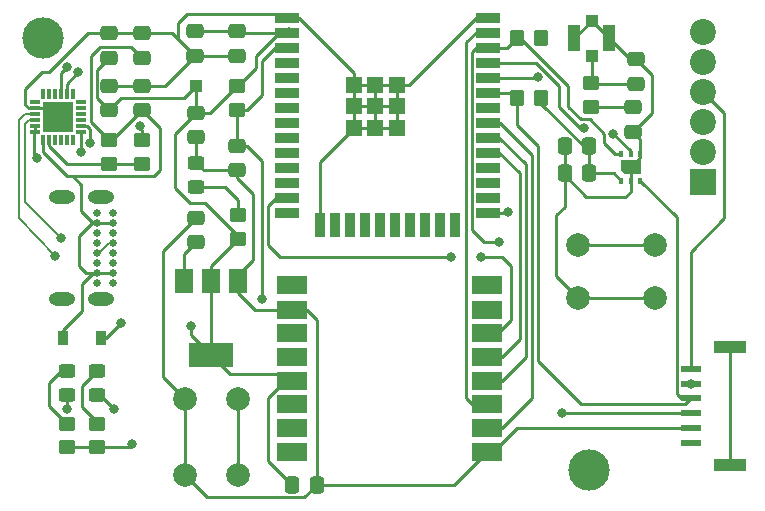
<source format=gtl>
G04 #@! TF.GenerationSoftware,KiCad,Pcbnew,7.0.8*
G04 #@! TF.CreationDate,2023-11-16T17:46:21+01:00*
G04 #@! TF.ProjectId,ESP32-aqs,45535033-322d-4617-9173-2e6b69636164,rev?*
G04 #@! TF.SameCoordinates,Original*
G04 #@! TF.FileFunction,Copper,L1,Top*
G04 #@! TF.FilePolarity,Positive*
%FSLAX46Y46*%
G04 Gerber Fmt 4.6, Leading zero omitted, Abs format (unit mm)*
G04 Created by KiCad (PCBNEW 7.0.8) date 2023-11-16 17:46:21*
%MOMM*%
%LPD*%
G01*
G04 APERTURE LIST*
G04 Aperture macros list*
%AMRoundRect*
0 Rectangle with rounded corners*
0 $1 Rounding radius*
0 $2 $3 $4 $5 $6 $7 $8 $9 X,Y pos of 4 corners*
0 Add a 4 corners polygon primitive as box body*
4,1,4,$2,$3,$4,$5,$6,$7,$8,$9,$2,$3,0*
0 Add four circle primitives for the rounded corners*
1,1,$1+$1,$2,$3*
1,1,$1+$1,$4,$5*
1,1,$1+$1,$6,$7*
1,1,$1+$1,$8,$9*
0 Add four rect primitives between the rounded corners*
20,1,$1+$1,$2,$3,$4,$5,0*
20,1,$1+$1,$4,$5,$6,$7,0*
20,1,$1+$1,$6,$7,$8,$9,0*
20,1,$1+$1,$8,$9,$2,$3,0*%
%AMFreePoly0*
4,1,15,-0.324998,0.855000,0.625000,0.855000,0.628536,0.853536,0.630000,0.850000,0.630000,-0.850000,0.628536,-0.853536,0.625000,-0.855000,-0.625000,-0.855000,-0.628536,-0.853536,-0.630000,-0.850000,-0.630001,0.550000,-0.628536,0.553536,-0.328536,0.853536,-0.325000,0.855001,-0.324998,0.855000,-0.324998,0.855000,$1*%
G04 Aperture macros list end*
G04 #@! TA.AperFunction,SMDPad,CuDef*
%ADD10R,0.400000X0.550000*%
G04 #@! TD*
G04 #@! TA.AperFunction,SMDPad,CuDef*
%ADD11FreePoly0,90.000000*%
G04 #@! TD*
G04 #@! TA.AperFunction,SMDPad,CuDef*
%ADD12RoundRect,0.250000X0.450000X-0.350000X0.450000X0.350000X-0.450000X0.350000X-0.450000X-0.350000X0*%
G04 #@! TD*
G04 #@! TA.AperFunction,SMDPad,CuDef*
%ADD13RoundRect,0.250000X-0.450000X0.350000X-0.450000X-0.350000X0.450000X-0.350000X0.450000X0.350000X0*%
G04 #@! TD*
G04 #@! TA.AperFunction,ComponentPad*
%ADD14C,0.650000*%
G04 #@! TD*
G04 #@! TA.AperFunction,ComponentPad*
%ADD15O,2.216000X1.108000*%
G04 #@! TD*
G04 #@! TA.AperFunction,SMDPad,CuDef*
%ADD16R,0.850000X0.300000*%
G04 #@! TD*
G04 #@! TA.AperFunction,SMDPad,CuDef*
%ADD17R,0.300000X0.850000*%
G04 #@! TD*
G04 #@! TA.AperFunction,SMDPad,CuDef*
%ADD18R,2.550000X2.550000*%
G04 #@! TD*
G04 #@! TA.AperFunction,SMDPad,CuDef*
%ADD19R,0.914400X1.219200*%
G04 #@! TD*
G04 #@! TA.AperFunction,SMDPad,CuDef*
%ADD20RoundRect,0.250000X0.450000X-0.325000X0.450000X0.325000X-0.450000X0.325000X-0.450000X-0.325000X0*%
G04 #@! TD*
G04 #@! TA.AperFunction,SMDPad,CuDef*
%ADD21RoundRect,0.250000X0.475000X-0.337500X0.475000X0.337500X-0.475000X0.337500X-0.475000X-0.337500X0*%
G04 #@! TD*
G04 #@! TA.AperFunction,ComponentPad*
%ADD22C,3.500000*%
G04 #@! TD*
G04 #@! TA.AperFunction,SMDPad,CuDef*
%ADD23RoundRect,0.250000X0.350000X0.450000X-0.350000X0.450000X-0.350000X-0.450000X0.350000X-0.450000X0*%
G04 #@! TD*
G04 #@! TA.AperFunction,SMDPad,CuDef*
%ADD24RoundRect,0.250000X-0.337500X-0.475000X0.337500X-0.475000X0.337500X0.475000X-0.337500X0.475000X0*%
G04 #@! TD*
G04 #@! TA.AperFunction,SMDPad,CuDef*
%ADD25RoundRect,0.250000X-0.450000X0.325000X-0.450000X-0.325000X0.450000X-0.325000X0.450000X0.325000X0*%
G04 #@! TD*
G04 #@! TA.AperFunction,SMDPad,CuDef*
%ADD26R,1.000000X1.000000*%
G04 #@! TD*
G04 #@! TA.AperFunction,SMDPad,CuDef*
%ADD27R,1.050000X2.200000*%
G04 #@! TD*
G04 #@! TA.AperFunction,SMDPad,CuDef*
%ADD28RoundRect,0.250000X-0.475000X0.337500X-0.475000X-0.337500X0.475000X-0.337500X0.475000X0.337500X0*%
G04 #@! TD*
G04 #@! TA.AperFunction,SMDPad,CuDef*
%ADD29RoundRect,0.250000X0.337500X0.475000X-0.337500X0.475000X-0.337500X-0.475000X0.337500X-0.475000X0*%
G04 #@! TD*
G04 #@! TA.AperFunction,ComponentPad*
%ADD30C,2.000000*%
G04 #@! TD*
G04 #@! TA.AperFunction,SMDPad,CuDef*
%ADD31R,2.000000X0.900000*%
G04 #@! TD*
G04 #@! TA.AperFunction,SMDPad,CuDef*
%ADD32R,0.900000X2.000000*%
G04 #@! TD*
G04 #@! TA.AperFunction,SMDPad,CuDef*
%ADD33R,1.330000X1.330000*%
G04 #@! TD*
G04 #@! TA.AperFunction,ComponentPad*
%ADD34C,0.300000*%
G04 #@! TD*
G04 #@! TA.AperFunction,SMDPad,CuDef*
%ADD35R,2.540000X1.524000*%
G04 #@! TD*
G04 #@! TA.AperFunction,ComponentPad*
%ADD36R,1.000000X1.000000*%
G04 #@! TD*
G04 #@! TA.AperFunction,SMDPad,CuDef*
%ADD37R,1.700000X0.600000*%
G04 #@! TD*
G04 #@! TA.AperFunction,SMDPad,CuDef*
%ADD38R,2.800000X1.000000*%
G04 #@! TD*
G04 #@! TA.AperFunction,ComponentPad*
%ADD39R,2.200000X2.200000*%
G04 #@! TD*
G04 #@! TA.AperFunction,ComponentPad*
%ADD40C,2.200000*%
G04 #@! TD*
G04 #@! TA.AperFunction,SMDPad,CuDef*
%ADD41R,1.500000X2.000000*%
G04 #@! TD*
G04 #@! TA.AperFunction,SMDPad,CuDef*
%ADD42R,3.800000X2.000000*%
G04 #@! TD*
G04 #@! TA.AperFunction,ViaPad*
%ADD43C,0.800000*%
G04 #@! TD*
G04 #@! TA.AperFunction,Conductor*
%ADD44C,0.250000*%
G04 #@! TD*
G04 #@! TA.AperFunction,Conductor*
%ADD45C,0.200000*%
G04 #@! TD*
G04 APERTURE END LIST*
D10*
X176443000Y-80677000D03*
X177243000Y-80677000D03*
X178043000Y-80677000D03*
X178043000Y-78377000D03*
X177243000Y-78377000D03*
X176443000Y-78377000D03*
D11*
X177243000Y-79527000D03*
D12*
X129540000Y-103235000D03*
X129540000Y-101235000D03*
X132080000Y-103235000D03*
X132080000Y-101235000D03*
X135890000Y-79232000D03*
X135890000Y-77232000D03*
D13*
X133096000Y-77232000D03*
X133096000Y-79232000D03*
D14*
X133430000Y-83380000D03*
X133430000Y-84230000D03*
X133430000Y-85080000D03*
X133430000Y-85930000D03*
X133430000Y-86780000D03*
X133430000Y-87630000D03*
X133430000Y-88480000D03*
X133430000Y-89330000D03*
X132080000Y-89330000D03*
X132080000Y-88480000D03*
X132080000Y-87630000D03*
X132080000Y-86780000D03*
X132080000Y-85930000D03*
X132080000Y-85080000D03*
X132080000Y-84230000D03*
X132080000Y-83380000D03*
D15*
X132450000Y-82030000D03*
X132450000Y-90680000D03*
X129070000Y-90680000D03*
X129070000Y-82030000D03*
D16*
X126808000Y-74016000D03*
X126808000Y-74516000D03*
X126808000Y-75016000D03*
X126808000Y-75516000D03*
X126808000Y-76016000D03*
X126808000Y-76516000D03*
D17*
X127508000Y-77216000D03*
X128008000Y-77216000D03*
X128508000Y-77216000D03*
X129008000Y-77216000D03*
X129508000Y-77216000D03*
X130008000Y-77216000D03*
D16*
X130708000Y-76516000D03*
X130708000Y-76016000D03*
X130708000Y-75516000D03*
X130708000Y-75016000D03*
X130708000Y-74516000D03*
X130708000Y-74016000D03*
D17*
X130008000Y-73316000D03*
X129508000Y-73316000D03*
X129008000Y-73316000D03*
X128508000Y-73316000D03*
X128008000Y-73316000D03*
X127508000Y-73316000D03*
D18*
X128758000Y-75266000D03*
D19*
X129171700Y-93980000D03*
X132448300Y-93980000D03*
D20*
X132080000Y-98815000D03*
X132080000Y-96765000D03*
X129540000Y-98815000D03*
X129540000Y-96765000D03*
D21*
X133096000Y-74697500D03*
X133096000Y-72622500D03*
X135890000Y-74697500D03*
X135890000Y-72622500D03*
X133096000Y-70252500D03*
X133096000Y-68177500D03*
X135890000Y-70252500D03*
X135890000Y-68177500D03*
D22*
X173736000Y-105156000D03*
D23*
X169640000Y-68580000D03*
X167640000Y-68580000D03*
D24*
X148590000Y-106426000D03*
X150665000Y-106426000D03*
D25*
X140462000Y-81196000D03*
X140462000Y-79146000D03*
D26*
X173941000Y-70105000D03*
D27*
X172466000Y-68605000D03*
D26*
X173941000Y-67105000D03*
D27*
X175416000Y-68605000D03*
D28*
X143903500Y-77702500D03*
X143903500Y-79777500D03*
D29*
X173730000Y-80035000D03*
X171655000Y-80035000D03*
D13*
X144018000Y-83566000D03*
X144018000Y-85566000D03*
D30*
X139482000Y-105612000D03*
X139482000Y-99112000D03*
X143982000Y-105612000D03*
X143982000Y-99112000D03*
D31*
X148145000Y-66865000D03*
X148145000Y-68135000D03*
X148145000Y-69405000D03*
X148145000Y-70675000D03*
X148145000Y-71945000D03*
X148145000Y-73215000D03*
X148145000Y-74485000D03*
X148145000Y-75755000D03*
X148145000Y-77025000D03*
X148145000Y-78295000D03*
X148145000Y-79565000D03*
X148145000Y-80835000D03*
X148145000Y-82105000D03*
X148145000Y-83375000D03*
D32*
X150930000Y-84375000D03*
X152200000Y-84375000D03*
X153470000Y-84375000D03*
X154740000Y-84375000D03*
X156010000Y-84375000D03*
X157280000Y-84375000D03*
X158550000Y-84375000D03*
X159820000Y-84375000D03*
X161090000Y-84375000D03*
X162360000Y-84375000D03*
D31*
X165145000Y-83375000D03*
X165145000Y-82105000D03*
X165145000Y-80835000D03*
X165145000Y-79565000D03*
X165145000Y-78295000D03*
X165145000Y-77025000D03*
X165145000Y-75755000D03*
X165145000Y-74485000D03*
X165145000Y-73215000D03*
X165145000Y-71945000D03*
X165145000Y-70675000D03*
X165145000Y-69405000D03*
X165145000Y-68135000D03*
X165145000Y-66865000D03*
D33*
X153810000Y-72530000D03*
X155645000Y-72530000D03*
X157480000Y-72530000D03*
X153810000Y-74365000D03*
X155645000Y-74365000D03*
X157480000Y-74365000D03*
X153810000Y-76200000D03*
X155645000Y-76200000D03*
X157480000Y-76200000D03*
D34*
X154727500Y-72530000D03*
X156562500Y-72530000D03*
X153810000Y-73447500D03*
X155645000Y-73447500D03*
X157480000Y-73447500D03*
X154727500Y-74365000D03*
X156562500Y-74365000D03*
X153810000Y-75282500D03*
X155645000Y-75282500D03*
X157480000Y-75282500D03*
X154727500Y-76200000D03*
X156562500Y-76200000D03*
D21*
X177448000Y-76522000D03*
X177448000Y-74447000D03*
D28*
X143903500Y-68029000D03*
X143903500Y-70104000D03*
D22*
X127500000Y-68580000D03*
D35*
X165100000Y-103600000D03*
X165100000Y-101600000D03*
X165100000Y-99600000D03*
X165100000Y-97600000D03*
X165100000Y-95600000D03*
X165100000Y-93600000D03*
X165100000Y-91600000D03*
X165100000Y-89520000D03*
X148560000Y-89520000D03*
X148560000Y-91600000D03*
X148560000Y-93600000D03*
X148560000Y-95600000D03*
X148560000Y-97600000D03*
X148560000Y-99600000D03*
X148560000Y-101600000D03*
X148560000Y-103600000D03*
D36*
X140462000Y-72644000D03*
D37*
X182324000Y-96600000D03*
X182324000Y-97850000D03*
X182324000Y-99100000D03*
X182324000Y-100350000D03*
X182324000Y-101600000D03*
X182324000Y-102850000D03*
D38*
X185674000Y-104700000D03*
X185674000Y-94750000D03*
D29*
X173730000Y-77749000D03*
X171655000Y-77749000D03*
D12*
X173892000Y-74415000D03*
X173892000Y-72415000D03*
D39*
X183388000Y-80772000D03*
D40*
X183388000Y-78232000D03*
X183388000Y-75692000D03*
X183388000Y-73152000D03*
X183388000Y-70612000D03*
X183388000Y-68072000D03*
D21*
X140462000Y-85873500D03*
X140462000Y-83798500D03*
D28*
X140347500Y-68029000D03*
X140347500Y-70104000D03*
X177702000Y-70383000D03*
X177702000Y-72458000D03*
X140462000Y-74930000D03*
X140462000Y-77005000D03*
D13*
X143903500Y-72654500D03*
X143903500Y-74654500D03*
D23*
X169640000Y-73660000D03*
X167640000Y-73660000D03*
D41*
X144032000Y-89154000D03*
X141732000Y-89154000D03*
D42*
X141732000Y-95454000D03*
D41*
X139432000Y-89154000D03*
D30*
X172824000Y-86106000D03*
X179324000Y-86106000D03*
X172824000Y-90606000D03*
X179324000Y-90606000D03*
D43*
X135750000Y-76000000D03*
X130750000Y-78250000D03*
X131500000Y-77500000D03*
X133500000Y-100000000D03*
X129500000Y-100000000D03*
X135000000Y-103000000D03*
X140000000Y-93000000D03*
X130500000Y-71500000D03*
X129512299Y-71012299D03*
X128500000Y-87000000D03*
X129000000Y-85500000D03*
X127000000Y-78740000D03*
X134112000Y-92710000D03*
X139446000Y-89154000D03*
X165100000Y-89408000D03*
X182324000Y-97850000D03*
X173687000Y-77749000D03*
X169672000Y-73660000D03*
X148336000Y-68072000D03*
X169672000Y-68580000D03*
X175768000Y-76708000D03*
X146050000Y-90678000D03*
X173309075Y-76199500D03*
X169418000Y-71882000D03*
X171450000Y-100350000D03*
X166116000Y-85852000D03*
X148590000Y-89408000D03*
X173941000Y-74447000D03*
X162052000Y-87122000D03*
X164592000Y-87122000D03*
X166878000Y-83312000D03*
D44*
X126750000Y-76574000D02*
X126808000Y-76516000D01*
X126750000Y-78490000D02*
X126750000Y-76574000D01*
X127000000Y-78740000D02*
X126750000Y-78490000D01*
X129549305Y-80264000D02*
X130000000Y-80264000D01*
X127508000Y-77216000D02*
X127508000Y-78222695D01*
X127508000Y-78222695D02*
X129549305Y-80264000D01*
X126808000Y-76516000D02*
X126808000Y-76016000D01*
X129489380Y-79232000D02*
X133096000Y-79232000D01*
X128008000Y-77750620D02*
X129489380Y-79232000D01*
X128008000Y-77216000D02*
X128008000Y-77750620D01*
X135890000Y-76390000D02*
X135890000Y-77232000D01*
X135750000Y-76250000D02*
X135890000Y-76390000D01*
X135750000Y-76000000D02*
X135750000Y-76250000D01*
X137414000Y-79756000D02*
X137414000Y-76221500D01*
X136906000Y-80264000D02*
X137414000Y-79756000D01*
X137414000Y-76221500D02*
X135890000Y-74697500D01*
X130000000Y-80264000D02*
X136906000Y-80264000D01*
X134765000Y-103235000D02*
X135000000Y-103000000D01*
X132080000Y-103235000D02*
X134765000Y-103235000D01*
X130750000Y-83225000D02*
X130750000Y-81014000D01*
X130750000Y-81014000D02*
X130000000Y-80264000D01*
X131755000Y-84230000D02*
X130750000Y-83225000D01*
X132080000Y-84230000D02*
X131755000Y-84230000D01*
X130708000Y-78208000D02*
X130750000Y-78250000D01*
X130708000Y-76516000D02*
X130708000Y-78208000D01*
X131500000Y-76273380D02*
X131500000Y-77500000D01*
X131242620Y-76016000D02*
X131500000Y-76273380D01*
X130708000Y-76016000D02*
X131242620Y-76016000D01*
X129540000Y-98815000D02*
X129540000Y-99960000D01*
X129540000Y-99960000D02*
X129500000Y-100000000D01*
X132315000Y-98815000D02*
X133500000Y-100000000D01*
X132080000Y-98815000D02*
X132315000Y-98815000D01*
X140000000Y-93722000D02*
X140000000Y-93000000D01*
X141732000Y-95454000D02*
X140000000Y-93722000D01*
X129508000Y-72492000D02*
X129508000Y-73316000D01*
X130500000Y-71500000D02*
X129508000Y-72492000D01*
X129008000Y-72508000D02*
X129008000Y-73316000D01*
X129000000Y-72500000D02*
X129008000Y-72508000D01*
X129000000Y-71524598D02*
X129000000Y-72500000D01*
X129512299Y-71012299D02*
X129000000Y-71524598D01*
X128000000Y-71500000D02*
X131322500Y-68177500D01*
X131322500Y-68177500D02*
X133096000Y-68177500D01*
X125984000Y-72898000D02*
X127382000Y-71500000D01*
X125984000Y-74226620D02*
X125984000Y-72898000D01*
X128302000Y-74516000D02*
X126273380Y-74516000D01*
X126273380Y-74516000D02*
X125984000Y-74226620D01*
X129052000Y-75266000D02*
X128302000Y-74516000D01*
X127382000Y-71500000D02*
X128000000Y-71500000D01*
D45*
X133070000Y-85930000D02*
X133430000Y-85930000D01*
X132220000Y-86780000D02*
X133070000Y-85930000D01*
X132080000Y-86780000D02*
X132220000Y-86780000D01*
X128500000Y-87000000D02*
X128524000Y-86868000D01*
X126000000Y-82500000D02*
X129000000Y-85500000D01*
X126000000Y-75824736D02*
X126000000Y-82500000D01*
X126308736Y-75516000D02*
X126000000Y-75824736D01*
X126808000Y-75516000D02*
X126308736Y-75516000D01*
X125500000Y-75492368D02*
X125500000Y-83844000D01*
X125976368Y-75016000D02*
X125500000Y-75492368D01*
X125500000Y-83844000D02*
X128500000Y-87000000D01*
X126808000Y-75016000D02*
X125976368Y-75016000D01*
D44*
X134977500Y-69340000D02*
X135890000Y-70252500D01*
X132336000Y-69340000D02*
X134977500Y-69340000D01*
X131596000Y-75732000D02*
X131596000Y-70080000D01*
X131596000Y-70080000D02*
X132336000Y-69340000D01*
X133096000Y-77232000D02*
X131596000Y-75732000D01*
X132046000Y-73647500D02*
X133096000Y-74697500D01*
X132046000Y-71302500D02*
X132046000Y-73647500D01*
X133096000Y-70252500D02*
X132046000Y-71302500D01*
X135890000Y-79232000D02*
X133096000Y-79232000D01*
X139446000Y-73660000D02*
X140462000Y-72644000D01*
X134133500Y-73660000D02*
X139446000Y-73660000D01*
X133096000Y-74697500D02*
X134133500Y-73660000D01*
X133355500Y-77232000D02*
X135890000Y-74697500D01*
X133096000Y-77232000D02*
X133355500Y-77232000D01*
X133096000Y-72622500D02*
X135890000Y-72622500D01*
X137829000Y-72622500D02*
X140347500Y-70104000D01*
X135890000Y-72622500D02*
X137829000Y-72622500D01*
X133096000Y-68177500D02*
X135890000Y-68177500D01*
X130810000Y-98035000D02*
X132080000Y-96765000D01*
X132080000Y-101092000D02*
X130810000Y-99822000D01*
X130810000Y-99822000D02*
X130810000Y-98035000D01*
X132080000Y-101235000D02*
X132080000Y-101092000D01*
X128016000Y-99711000D02*
X129540000Y-101235000D01*
X128016000Y-97790000D02*
X128016000Y-99711000D01*
X129041000Y-96765000D02*
X128016000Y-97790000D01*
X129540000Y-96765000D02*
X129041000Y-96765000D01*
X129540000Y-103235000D02*
X132080000Y-103235000D01*
X132842000Y-93980000D02*
X134112000Y-92710000D01*
X132448300Y-93980000D02*
X132842000Y-93980000D01*
X131755000Y-88480000D02*
X132080000Y-88480000D01*
X130810000Y-89425000D02*
X131755000Y-88480000D01*
X130810000Y-91694000D02*
X130810000Y-89425000D01*
X129171700Y-93332300D02*
X130810000Y-91694000D01*
X129171700Y-93980000D02*
X129171700Y-93332300D01*
X131670000Y-84230000D02*
X132080000Y-84230000D01*
X130556000Y-85344000D02*
X131670000Y-84230000D01*
X130556000Y-87884000D02*
X130556000Y-85344000D01*
X131152000Y-88480000D02*
X130556000Y-87884000D01*
X132080000Y-88480000D02*
X131152000Y-88480000D01*
X132080000Y-88480000D02*
X133430000Y-88480000D01*
X133430000Y-84230000D02*
X132080000Y-84230000D01*
X138684000Y-76708000D02*
X138684000Y-77470000D01*
X138684000Y-77470000D02*
X138684000Y-81270087D01*
X138421000Y-68177500D02*
X140347500Y-70104000D01*
X135890000Y-68177500D02*
X138421000Y-68177500D01*
X185166000Y-83820000D02*
X185166000Y-74930000D01*
X182324000Y-86662000D02*
X185166000Y-83820000D01*
X185166000Y-74930000D02*
X183388000Y-73152000D01*
X139432000Y-86903500D02*
X140462000Y-85873500D01*
X139432000Y-89154000D02*
X139446000Y-89154000D01*
X139446000Y-89154000D02*
X139432000Y-86903500D01*
X182324000Y-96600000D02*
X182324000Y-86662000D01*
X172466000Y-68580000D02*
X173941000Y-67105000D01*
X155645000Y-75282500D02*
X155645000Y-74365000D01*
X149830000Y-91600000D02*
X150665000Y-92435000D01*
X138938000Y-68694500D02*
X140347500Y-70104000D01*
X179021000Y-71702000D02*
X177702000Y-70383000D01*
X172824000Y-90606000D02*
X179324000Y-90606000D01*
X143903500Y-79777500D02*
X143903500Y-80403500D01*
X167591620Y-101600000D02*
X182324000Y-101600000D01*
X137668000Y-97298000D02*
X139482000Y-99112000D01*
X150665000Y-92435000D02*
X150665000Y-106426000D01*
X157480000Y-75282500D02*
X157480000Y-76200000D01*
X147828000Y-66548000D02*
X139700000Y-66548000D01*
X154727500Y-74365000D02*
X155645000Y-74365000D01*
X165591620Y-103600000D02*
X167591620Y-101600000D01*
X143903500Y-79777500D02*
X141093500Y-79777500D01*
X178043000Y-78377000D02*
X178043000Y-77117000D01*
X156562500Y-74365000D02*
X155645000Y-74365000D01*
X173941000Y-67130000D02*
X175416000Y-68605000D01*
X145288000Y-81788000D02*
X145288000Y-87376000D01*
X139700000Y-66548000D02*
X138938000Y-67310000D01*
X154727500Y-72530000D02*
X155645000Y-72530000D01*
X144032000Y-88632000D02*
X144032000Y-89154000D01*
X145288000Y-87376000D02*
X144032000Y-88632000D01*
X150930000Y-84375000D02*
X150930000Y-79080000D01*
X164145000Y-66865000D02*
X158480000Y-72530000D01*
X171655000Y-82853000D02*
X170942000Y-83566000D01*
X177243000Y-81583000D02*
X176784000Y-82042000D01*
X153810000Y-75282500D02*
X153810000Y-74365000D01*
X171655000Y-80215000D02*
X171655000Y-80035000D01*
X156562500Y-72530000D02*
X157480000Y-72530000D01*
X171401000Y-80289000D02*
X171655000Y-80035000D01*
X138938000Y-67310000D02*
X138938000Y-68694500D01*
X178043000Y-77117000D02*
X177448000Y-76522000D01*
X153810000Y-73447500D02*
X153810000Y-72530000D01*
X156562500Y-76200000D02*
X155645000Y-76200000D01*
X149615000Y-107476000D02*
X150665000Y-106426000D01*
X173482000Y-82042000D02*
X171655000Y-80215000D01*
X157480000Y-75282500D02*
X157480000Y-74365000D01*
X148145000Y-66865000D02*
X149145000Y-66865000D01*
X177243000Y-79527000D02*
X178043000Y-78727000D01*
X165145000Y-66865000D02*
X164145000Y-66865000D01*
X156562500Y-76200000D02*
X157480000Y-76200000D01*
X170942000Y-88724000D02*
X172824000Y-90606000D01*
X141093500Y-79777500D02*
X140462000Y-79146000D01*
X177194000Y-70383000D02*
X177702000Y-70383000D01*
X154727500Y-76200000D02*
X153810000Y-76200000D01*
X143903500Y-80403500D02*
X145288000Y-81788000D01*
X140462000Y-77005000D02*
X140462000Y-79146000D01*
X173941000Y-67105000D02*
X173941000Y-67130000D01*
X137668000Y-86592500D02*
X137668000Y-97298000D01*
X155645000Y-73447500D02*
X155645000Y-72530000D01*
X165100000Y-103600000D02*
X165591620Y-103600000D01*
X139482000Y-105612000D02*
X141346000Y-107476000D01*
X162274000Y-106426000D02*
X165100000Y-103600000D01*
X139482000Y-105612000D02*
X139482000Y-99112000D01*
X178043000Y-78727000D02*
X178043000Y-78377000D01*
X149145000Y-66865000D02*
X153810000Y-71530000D01*
X140462000Y-83798500D02*
X137668000Y-86592500D01*
X144032000Y-90184000D02*
X145448000Y-91600000D01*
X153810000Y-71530000D02*
X153810000Y-72530000D01*
X171655000Y-80035000D02*
X171655000Y-82853000D01*
X153810000Y-73447500D02*
X153810000Y-74365000D01*
X157480000Y-73447500D02*
X157480000Y-72530000D01*
X155645000Y-75282500D02*
X155645000Y-76200000D01*
X153810000Y-75282500D02*
X153810000Y-76200000D01*
X154727500Y-74365000D02*
X153810000Y-74365000D01*
X148145000Y-66865000D02*
X147828000Y-66548000D01*
X177243000Y-80677000D02*
X177243000Y-79527000D01*
X179021000Y-74949000D02*
X179021000Y-71702000D01*
X155645000Y-73447500D02*
X155645000Y-74365000D01*
X150930000Y-79080000D02*
X153810000Y-76200000D01*
X172466000Y-68605000D02*
X172466000Y-68580000D01*
X177448000Y-76522000D02*
X179021000Y-74949000D01*
X148560000Y-91600000D02*
X149830000Y-91600000D01*
X176784000Y-82042000D02*
X173482000Y-82042000D01*
X156562500Y-72530000D02*
X155645000Y-72530000D01*
X175416000Y-68605000D02*
X177194000Y-70383000D01*
X154727500Y-76200000D02*
X155645000Y-76200000D01*
X141346000Y-107476000D02*
X149615000Y-107476000D01*
X170942000Y-83566000D02*
X170942000Y-88724000D01*
X150665000Y-106426000D02*
X162274000Y-106426000D01*
X144032000Y-89154000D02*
X144032000Y-90184000D01*
X154727500Y-72530000D02*
X153810000Y-72530000D01*
X145448000Y-91600000D02*
X148560000Y-91600000D01*
X177243000Y-80677000D02*
X177243000Y-81583000D01*
X140347500Y-70104000D02*
X143903500Y-70104000D01*
X156562500Y-74365000D02*
X157480000Y-74365000D01*
X171655000Y-77749000D02*
X171655000Y-80035000D01*
X157480000Y-73447500D02*
X157480000Y-74365000D01*
X158480000Y-72530000D02*
X157480000Y-72530000D01*
X148145000Y-68135000D02*
X147505380Y-68135000D01*
X173687000Y-77749000D02*
X173730000Y-77749000D01*
X148208000Y-68135000D02*
X144009500Y-68135000D01*
X177243000Y-78183000D02*
X177243000Y-78377000D01*
X146558000Y-99060000D02*
X146558000Y-104394000D01*
X141732000Y-95454000D02*
X143306000Y-97028000D01*
X173730000Y-77749000D02*
X173730000Y-80035000D01*
X144018000Y-85344000D02*
X144018000Y-85566000D01*
X145542000Y-71120000D02*
X144007500Y-72654500D01*
X144007500Y-72654500D02*
X143903500Y-72654500D01*
X144009500Y-68135000D02*
X143903500Y-68029000D01*
X143306000Y-97028000D02*
X147988000Y-97028000D01*
X173280674Y-77749000D02*
X173730000Y-77749000D01*
X141732000Y-89154000D02*
X141732000Y-95454000D01*
X139963913Y-82550000D02*
X141224000Y-82550000D01*
X148145000Y-68135000D02*
X148082000Y-68135000D01*
X148082000Y-68135000D02*
X148336000Y-68072000D01*
X140347500Y-68029000D02*
X143903500Y-68029000D01*
X145542000Y-70098380D02*
X145542000Y-71120000D01*
X140462000Y-74930000D02*
X140462000Y-72644000D01*
X140462000Y-74930000D02*
X138684000Y-76708000D01*
X146558000Y-104394000D02*
X148590000Y-106426000D01*
X141628000Y-74930000D02*
X143903500Y-72654500D01*
X169672000Y-73660000D02*
X169672000Y-74140326D01*
X138684000Y-81270087D02*
X139963913Y-82550000D01*
X175768000Y-76708000D02*
X177243000Y-78183000D01*
X148336000Y-68072000D02*
X148208000Y-68135000D01*
X173730000Y-80035000D02*
X175801000Y-80035000D01*
X148560000Y-97600000D02*
X148018000Y-97600000D01*
X147988000Y-97028000D02*
X148560000Y-97600000D01*
X141732000Y-89154000D02*
X141732000Y-87852000D01*
X148018000Y-97600000D02*
X146558000Y-99060000D01*
X141732000Y-87852000D02*
X144018000Y-85566000D01*
X140462000Y-74930000D02*
X141628000Y-74930000D01*
X141224000Y-82550000D02*
X144018000Y-85344000D01*
X175801000Y-80035000D02*
X176443000Y-80677000D01*
X169672000Y-74140326D02*
X173280674Y-77749000D01*
X147505380Y-68135000D02*
X145542000Y-70098380D01*
X143903500Y-74654500D02*
X143903500Y-77702500D01*
X146050000Y-90678000D02*
X146050000Y-78994000D01*
X144758500Y-77702500D02*
X143903500Y-77702500D01*
X148145000Y-69405000D02*
X147145000Y-69405000D01*
X146050000Y-70500000D02*
X146050000Y-73406000D01*
X144801500Y-74654500D02*
X143903500Y-74654500D01*
X143982000Y-99112000D02*
X143982000Y-105612000D01*
X147145000Y-69405000D02*
X146050000Y-70500000D01*
X146050000Y-73406000D02*
X144801500Y-74654500D01*
X146050000Y-78994000D02*
X144758500Y-77702500D01*
X173941000Y-72366000D02*
X173892000Y-72415000D01*
X173941000Y-70105000D02*
X173941000Y-72366000D01*
X173935000Y-72458000D02*
X173892000Y-72415000D01*
X177702000Y-72458000D02*
X173935000Y-72458000D01*
X172973500Y-76199500D02*
X171196000Y-74422000D01*
X171196000Y-74422000D02*
X171196000Y-72634695D01*
X173309075Y-76199500D02*
X172973500Y-76199500D01*
X171196000Y-72634695D02*
X169236305Y-70675000D01*
X169236305Y-70675000D02*
X165145000Y-70675000D01*
X169355000Y-71945000D02*
X169418000Y-71882000D01*
X165145000Y-71945000D02*
X169355000Y-71945000D01*
X167640000Y-75946000D02*
X169418000Y-77724000D01*
X181856000Y-99568000D02*
X182324000Y-99100000D01*
X173060000Y-99568000D02*
X181856000Y-99568000D01*
X169418000Y-77724000D02*
X169418000Y-95926000D01*
X165145000Y-73215000D02*
X167195000Y-73215000D01*
X167195000Y-73215000D02*
X167640000Y-73660000D01*
X181139000Y-83773000D02*
X181139000Y-98765000D01*
X167640000Y-73660000D02*
X167640000Y-75946000D01*
X181139000Y-98765000D02*
X181474000Y-99100000D01*
X169418000Y-95926000D02*
X173060000Y-99568000D01*
X178043000Y-80677000D02*
X181139000Y-83773000D01*
X181474000Y-99100000D02*
X182324000Y-99100000D01*
X175006000Y-76708000D02*
X173773000Y-75475000D01*
X166815000Y-69405000D02*
X165145000Y-69405000D01*
X163820000Y-84826000D02*
X164846000Y-85852000D01*
X175913000Y-78377000D02*
X175006000Y-77470000D01*
X171450000Y-100350000D02*
X182324000Y-100350000D01*
X173011000Y-75475000D02*
X171958000Y-74422000D01*
X171958000Y-74422000D02*
X171958000Y-72644000D01*
X164145000Y-69405000D02*
X163820000Y-69730000D01*
X165145000Y-69405000D02*
X164145000Y-69405000D01*
X171958000Y-72644000D02*
X167894000Y-68580000D01*
X173773000Y-75475000D02*
X173011000Y-75475000D01*
X175006000Y-77470000D02*
X175006000Y-76708000D01*
X167894000Y-68580000D02*
X167640000Y-68580000D01*
X163820000Y-69730000D02*
X163820000Y-84826000D01*
X176443000Y-78377000D02*
X175913000Y-78377000D01*
X167640000Y-68580000D02*
X166815000Y-69405000D01*
X164846000Y-85852000D02*
X166116000Y-85852000D01*
X142918000Y-81196000D02*
X140462000Y-81196000D01*
X144018000Y-82296000D02*
X142918000Y-81196000D01*
X144018000Y-83566000D02*
X144018000Y-82296000D01*
X185674000Y-94750000D02*
X185674000Y-104700000D01*
X177448000Y-74447000D02*
X173941000Y-74447000D01*
X173924000Y-74447000D02*
X173892000Y-74415000D01*
X173941000Y-74447000D02*
X173924000Y-74447000D01*
X148145000Y-82105000D02*
X147257000Y-82105000D01*
X167132000Y-87884000D02*
X166370000Y-87122000D01*
X147257000Y-82105000D02*
X146558000Y-82804000D01*
X147574000Y-87122000D02*
X162052000Y-87122000D01*
X165988000Y-93600000D02*
X167132000Y-92456000D01*
X166370000Y-87122000D02*
X164592000Y-87122000D01*
X146558000Y-86106000D02*
X147574000Y-87122000D01*
X146558000Y-82804000D02*
X146558000Y-86106000D01*
X167132000Y-92456000D02*
X167132000Y-87884000D01*
X165100000Y-93600000D02*
X165988000Y-93600000D01*
X165145000Y-83375000D02*
X166815000Y-83375000D01*
X166878000Y-83312000D02*
X166815000Y-83375000D01*
X172824000Y-86106000D02*
X179324000Y-86106000D01*
X165100000Y-95600000D02*
X166370000Y-95600000D01*
X166370000Y-95600000D02*
X167894000Y-94076000D01*
X166145000Y-78295000D02*
X165145000Y-78295000D01*
X167894000Y-94076000D02*
X167894000Y-80044000D01*
X167894000Y-80044000D02*
X166145000Y-78295000D01*
X166145000Y-77025000D02*
X165145000Y-77025000D01*
X168402000Y-79282000D02*
X166145000Y-77025000D01*
X166370000Y-97600000D02*
X168402000Y-95568000D01*
X165100000Y-97600000D02*
X166370000Y-97600000D01*
X168402000Y-95568000D02*
X168402000Y-79282000D01*
X166370000Y-101600000D02*
X168910000Y-99060000D01*
X165100000Y-101600000D02*
X166370000Y-101600000D01*
X168910000Y-99060000D02*
X168910000Y-78486000D01*
X168910000Y-78486000D02*
X166179000Y-75755000D01*
X166179000Y-75755000D02*
X165145000Y-75755000D01*
X163322000Y-99092000D02*
X163830000Y-99600000D01*
X164145000Y-68135000D02*
X163322000Y-68958000D01*
X163830000Y-99600000D02*
X165100000Y-99600000D01*
X165145000Y-68135000D02*
X164145000Y-68135000D01*
X163322000Y-68958000D02*
X163322000Y-99092000D01*
M02*

</source>
